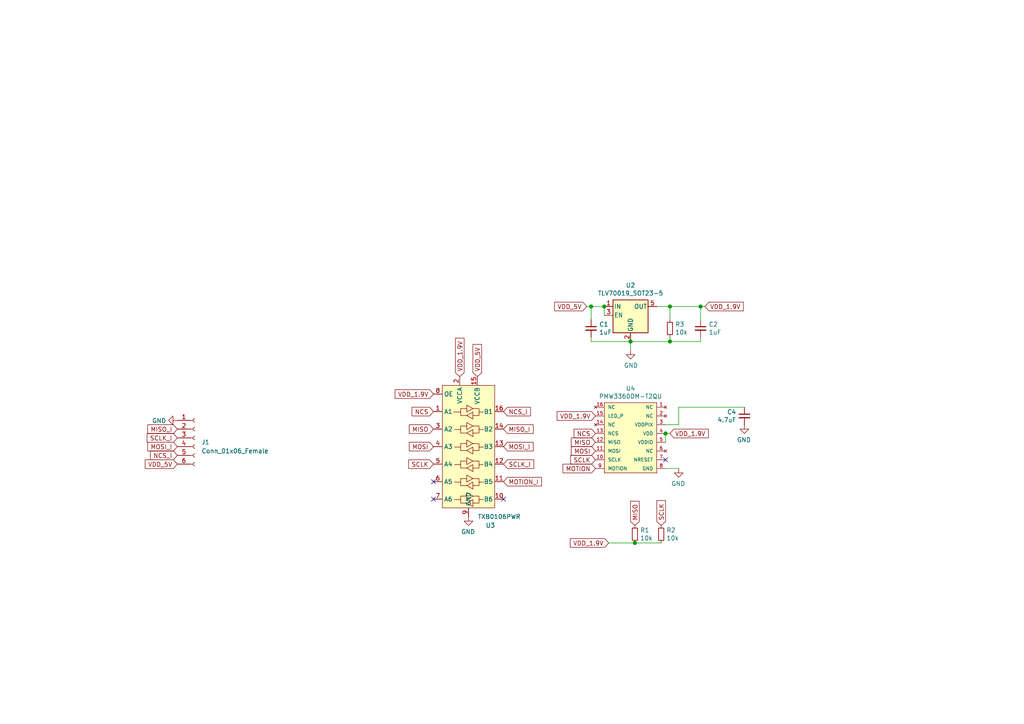
<source format=kicad_sch>
(kicad_sch (version 20210126) (generator eeschema)
  (paper "A4")
  (lib_symbols
    (symbol "Connector:Conn_01x06_Female" (pin_names (offset 1.016) hide)
      (property "Reference" "J" (at 0 7.62 0))
      (property "Value" "Conn_01x06_Female" (at 0 -10.16 0))
      (symbol "Conn_01x06_Female_1_1"
        (arc (start 0 -7.112) (end 0 -8.128) (radius (at 0 -7.62) (length 0.508) (angles 90.1 -90.1)) (stroke (width 0.1524)))
        (arc (start 0 -4.572) (end 0 -5.588) (radius (at 0 -5.08) (length 0.508) (angles 90.1 -90.1)) (stroke (width 0.1524)))
        (arc (start 0 -2.032) (end 0 -3.048) (radius (at 0 -2.54) (length 0.508) (angles 90.1 -90.1)) (stroke (width 0.1524)))
        (arc (start 0 0.508) (end 0 -0.508) (radius (at 0 0) (length 0.508) (angles 90.1 -90.1)) (stroke (width 0.1524)))
        (arc (start 0 3.048) (end 0 2.032) (radius (at 0 2.54) (length 0.508) (angles 90.1 -90.1)) (stroke (width 0.1524)))
        (arc (start 0 5.588) (end 0 4.572) (radius (at 0 5.08) (length 0.508) (angles 90.1 -90.1)) (stroke (width 0.1524)))
        (polyline (pts (xy -1.27 -7.62) (xy -0.508 -7.62)) (stroke (width 0.1524)))
        (polyline (pts (xy -1.27 -5.08) (xy -0.508 -5.08)) (stroke (width 0.1524)))
        (polyline (pts (xy -1.27 -2.54) (xy -0.508 -2.54)) (stroke (width 0.1524)))
        (polyline (pts (xy -1.27 0) (xy -0.508 0)) (stroke (width 0.1524)))
        (polyline (pts (xy -1.27 2.54) (xy -0.508 2.54)) (stroke (width 0.1524)))
        (polyline (pts (xy -1.27 5.08) (xy -0.508 5.08)) (stroke (width 0.1524)))
        (pin passive line (at -5.08 5.08 0) (length 3.81) (name "Pin_1") (number "1"))
        (pin passive line (at -5.08 2.54 0) (length 3.81) (name "Pin_2") (number "2"))
        (pin passive line (at -5.08 0 0) (length 3.81) (name "Pin_3") (number "3"))
        (pin passive line (at -5.08 -2.54 0) (length 3.81) (name "Pin_4") (number "4"))
        (pin passive line (at -5.08 -5.08 0) (length 3.81) (name "Pin_5") (number "5"))
        (pin passive line (at -5.08 -7.62 0) (length 3.81) (name "Pin_6") (number "6"))
      )
    )
    (symbol "Device:C_Small" (pin_numbers hide) (pin_names (offset 0.254) hide)
      (property "Reference" "C" (at 0.254 1.778 0))
      (property "Value" "C_Small" (at 0.254 -2.032 0))
      (symbol "C_Small_0_1"
        (polyline (pts (xy -1.524 -0.508) (xy 1.524 -0.508)) (stroke (width 0.3302)))
        (polyline (pts (xy -1.524 0.508) (xy 1.524 0.508)) (stroke (width 0.3048)))
      )
      (symbol "C_Small_1_1"
        (pin passive line (at 0 2.54 270) (length 2.032) (name "~") (number "1"))
        (pin passive line (at 0 -2.54 90) (length 2.032) (name "~") (number "2"))
      )
    )
    (symbol "Device:R_Small" (pin_numbers hide) (pin_names (offset 0.254) hide)
      (property "Reference" "R" (at 0.762 0.508 0))
      (property "Value" "R_Small" (at 0.762 -1.016 0))
      (symbol "R_Small_0_1"
        (rectangle (start -0.762 1.778) (end 0.762 -1.778) (stroke (width 0.2032)))
      )
      (symbol "R_Small_1_1"
        (pin passive line (at 0 2.54 270) (length 0.762) (name "~") (number "1"))
        (pin passive line (at 0 -2.54 90) (length 0.762) (name "~") (number "2"))
      )
    )
    (symbol "power:GND" (power) (pin_names (offset 0))
      (property "Value" "GND" (at 0 -3.81 0))
      (symbol "GND_0_1"
        (polyline (pts (xy 0 0) (xy 0 -1.27) (xy 1.27 -1.27) (xy 0 -2.54) (xy -1.27 -1.27) (xy 0 -1.27)))
      )
      (symbol "GND_1_1"
        (pin power_in line (at 0 0 270) (length 0) hide (name "GND") (number "1"))
      )
    )
    (symbol "sensor-rescue:PWM3360-pwm3360" (pin_names (offset 1.016))
      (property "Reference" "U" (at 0 13.97 0))
      (property "Value" "PWM3360-pwm3360" (at 0.254 12.446 0))
      (symbol "PWM3360-pwm3360_0_1"
        (rectangle (start -7.62 10.16) (end 7.62 -10.16) (fill (type background)))
      )
      (symbol "PWM3360-pwm3360_1_1"
        (pin no_connect line (at -10.16 8.89 0) (length 2.54) (name "NC") (number "1"))
        (pin input line (at 10.16 -6.35 180) (length 2.54) (name "SCLK") (number "10"))
        (pin input line (at 10.16 -3.81 180) (length 2.54) (name "MOSI") (number "11"))
        (pin output line (at 10.16 -1.27 180) (length 2.54) (name "MISO") (number "12"))
        (pin input line (at 10.16 1.27 180) (length 2.54) (name "NCS") (number "13"))
        (pin no_connect line (at 10.16 3.81 180) (length 2.54) (name "NC") (number "14"))
        (pin input line (at 10.16 6.35 180) (length 2.54) (name "LED_P") (number "15"))
        (pin no_connect line (at 10.16 8.89 180) (length 2.54) (name "NC") (number "16"))
        (pin no_connect line (at -10.16 6.35 0) (length 2.54) (name "NC") (number "2"))
        (pin power_in line (at -10.16 3.81 0) (length 2.54) (name "VDDPIX") (number "3"))
        (pin power_in line (at -10.16 1.27 0) (length 2.54) (name "VDD") (number "4"))
        (pin power_in line (at -10.16 -1.27 0) (length 2.54) (name "VDDIO") (number "5"))
        (pin no_connect line (at -10.16 -3.81 0) (length 2.54) (name "NC") (number "6"))
        (pin input line (at -10.16 -6.35 0) (length 2.54) (name "NRESET") (number "7"))
        (pin power_in line (at -10.16 -8.89 0) (length 2.54) (name "GND") (number "8"))
        (pin output line (at 10.16 -8.89 180) (length 2.54) (name "MOTION") (number "9"))
      )
    )
    (symbol "sensor-rescue:TLV70019_SOT23-5-Regulator_Linear" (pin_names (offset 0.254))
      (property "Reference" "U" (at -3.81 5.715 0))
      (property "Value" "TLV70019_SOT23-5-Regulator_Linear" (at 0 5.715 0))
      (symbol "TLV70019_SOT23-5-Regulator_Linear_0_1"
        (rectangle (start -5.08 4.445) (end 5.08 -5.08) (stroke (width 0.254)) (fill (type background)))
      )
      (symbol "TLV70019_SOT23-5-Regulator_Linear_1_1"
        (pin power_in line (at -7.62 2.54 0) (length 2.54) (name "IN") (number "1"))
        (pin power_in line (at 0 -7.62 90) (length 2.54) (name "GND") (number "2"))
        (pin input line (at -7.62 0 0) (length 2.54) (name "EN") (number "3"))
        (pin no_connect line (at 7.62 0 180) (length 2.54) hide (name "NC") (number "4"))
        (pin power_out line (at 7.62 2.54 180) (length 2.54) (name "OUT") (number "5"))
      )
    )
    (symbol "sensor-rescue:TXB0106PWR-pwm3360"
      (property "Reference" "U" (at -6.35 16.51 0))
      (property "Value" "TXB0106PWR-pwm3360" (at 3.81 16.51 0))
      (symbol "TXB0106PWR-pwm3360_0_1"
        (rectangle (start 7.62 -20.32) (end -7.62 15.24) (fill (type background)))
        (polyline (pts (xy -2.286 -7.747) (xy -2.286 -6.731) (xy -0.508 -6.731)))
        (polyline (pts (xy -2.286 -2.667) (xy -2.286 -1.651) (xy -0.508 -1.651)))
        (polyline (pts (xy -2.286 2.413) (xy -2.286 3.429) (xy -0.508 3.429)))
        (polyline (pts (xy -2.286 7.493) (xy -2.286 8.509) (xy -0.508 8.509)))
        (polyline (pts (xy 3.048 -7.747) (xy 3.048 -8.763) (xy 1.27 -8.763)))
        (polyline (pts (xy 3.048 -2.667) (xy 3.048 -3.683) (xy 1.27 -3.683)))
        (polyline (pts (xy 3.048 2.413) (xy 3.048 1.397) (xy 1.27 1.397)))
        (polyline (pts (xy 3.048 7.493) (xy 3.048 6.477) (xy 1.27 6.477)))
        (polyline (pts (xy -0.508 -8.763) (xy -2.286 -8.763) (xy -2.286 -7.747) (xy -4.064 -7.747)))
        (polyline (pts (xy -0.508 -8.763) (xy 1.27 -7.747) (xy 1.27 -9.779) (xy -0.508 -8.763)))
        (polyline (pts (xy -0.508 -3.683) (xy -2.286 -3.683) (xy -2.286 -2.667) (xy -4.064 -2.667)))
        (polyline (pts (xy -0.508 -3.683) (xy 1.27 -2.667) (xy 1.27 -4.699) (xy -0.508 -3.683)))
        (polyline (pts (xy -0.508 1.397) (xy -2.286 1.397) (xy -2.286 2.413) (xy -4.064 2.413)))
        (polyline (pts (xy -0.508 1.397) (xy 1.27 2.413) (xy 1.27 0.381) (xy -0.508 1.397)))
        (polyline (pts (xy -0.508 6.477) (xy -2.286 6.477) (xy -2.286 7.493) (xy -4.318 7.493)))
        (polyline (pts (xy -0.508 6.477) (xy 1.27 7.493) (xy 1.27 5.461) (xy -0.508 6.477)))
        (polyline (pts (xy 1.27 -6.731) (xy -0.508 -7.747) (xy -0.508 -5.715) (xy 1.27 -6.731)))
        (polyline (pts (xy 1.27 -6.731) (xy 3.048 -6.731) (xy 3.048 -7.747) (xy 4.318 -7.747)))
        (polyline (pts (xy 1.27 -1.651) (xy -0.508 -2.667) (xy -0.508 -0.635) (xy 1.27 -1.651)))
        (polyline (pts (xy 1.27 -1.651) (xy 3.048 -1.651) (xy 3.048 -2.667) (xy 4.318 -2.667)))
        (polyline (pts (xy 1.27 3.429) (xy -0.508 2.413) (xy -0.508 4.445) (xy 1.27 3.429)))
        (polyline (pts (xy 1.27 3.429) (xy 3.048 3.429) (xy 3.048 2.413) (xy 4.318 2.413)))
        (polyline (pts (xy 1.27 8.509) (xy -0.508 7.493) (xy -0.508 9.525) (xy 1.27 8.509)))
        (polyline (pts (xy 1.27 8.509) (xy 3.048 8.509) (xy 3.048 7.493) (xy 4.318 7.493)))
      )
      (symbol "TXB0106PWR-pwm3360_1_1"
        (polyline (pts (xy -2.286 -17.907) (xy -2.286 -16.891) (xy -0.508 -16.891)))
        (polyline (pts (xy -2.286 -12.827) (xy -2.286 -11.811) (xy -0.508 -11.811)))
        (polyline (pts (xy 3.048 -17.907) (xy 3.048 -18.923) (xy 1.27 -18.923)))
        (polyline (pts (xy 3.048 -12.827) (xy 3.048 -13.843) (xy 1.27 -13.843)))
        (polyline (pts (xy -0.508 -18.923) (xy -2.286 -18.923) (xy -2.286 -17.907) (xy -4.064 -17.907)))
        (polyline (pts (xy -0.508 -18.923) (xy 1.27 -17.907) (xy 1.27 -19.939) (xy -0.508 -18.923)))
        (polyline (pts (xy -0.508 -13.843) (xy -2.286 -13.843) (xy -2.286 -12.827) (xy -4.064 -12.827)))
        (polyline (pts (xy -0.508 -13.843) (xy 1.27 -12.827) (xy 1.27 -14.859) (xy -0.508 -13.843)))
        (polyline (pts (xy 1.27 -16.891) (xy -0.508 -17.907) (xy -0.508 -15.875) (xy 1.27 -16.891)))
        (polyline (pts (xy 1.27 -16.891) (xy 3.048 -16.891) (xy 3.048 -17.907) (xy 4.318 -17.907)))
        (polyline (pts (xy 1.27 -11.811) (xy -0.508 -12.827) (xy -0.508 -10.795) (xy 1.27 -11.811)))
        (polyline (pts (xy 1.27 -11.811) (xy 3.048 -11.811) (xy 3.048 -12.827) (xy 4.318 -12.827)))
        (pin bidirectional line (at -10.16 7.62 0) (length 2.54) (name "A1") (number "1"))
        (pin bidirectional line (at 10.16 -17.78 180) (length 2.54) (name "B6") (number "10"))
        (pin bidirectional line (at 10.16 -12.7 180) (length 2.54) (name "B5") (number "11"))
        (pin bidirectional line (at 10.16 -7.62 180) (length 2.54) (name "B4") (number "12"))
        (pin bidirectional line (at 10.16 -2.54 180) (length 2.54) (name "B3") (number "13"))
        (pin bidirectional line (at 10.16 2.54 180) (length 2.54) (name "B2") (number "14"))
        (pin power_in line (at 2.54 17.78 270) (length 2.54) (name "VCCB") (number "15"))
        (pin bidirectional line (at 10.16 7.62 180) (length 2.54) (name "B1") (number "16"))
        (pin power_in line (at -2.54 17.78 270) (length 2.54) (name "VCCA") (number "2"))
        (pin bidirectional line (at -10.16 2.54 0) (length 2.54) (name "A2") (number "3"))
        (pin bidirectional line (at -10.16 -2.54 0) (length 2.54) (name "A3") (number "4"))
        (pin bidirectional line (at -10.16 -7.62 0) (length 2.54) (name "A4") (number "5"))
        (pin bidirectional line (at -10.16 -12.7 0) (length 2.54) (name "A5") (number "6"))
        (pin bidirectional line (at -10.16 -17.78 0) (length 2.54) (name "A6") (number "7"))
        (pin input line (at -10.16 12.7 0) (length 2.54) (name "OE") (number "8"))
        (pin power_in line (at 0 -22.86 90) (length 2.54) (name "GND") (number "9"))
      )
    )
  )
  (junction (at 171.45 88.9) (diameter 1.016))
  (junction (at 175.26 88.9) (diameter 1.016))
  (junction (at 182.88 99.06) (diameter 1.016))
  (junction (at 184.15 157.48) (diameter 1.016))
  (junction (at 193.04 125.73) (diameter 1.016))
  (junction (at 194.31 88.9) (diameter 1.016))
  (junction (at 194.31 99.06) (diameter 1.016))
  (junction (at 203.2 88.9) (diameter 1.016))
  (no_connect (at 125.73 139.7))
  (no_connect (at 125.73 144.78))
  (no_connect (at 146.05 144.78))
  (no_connect (at 193.04 133.35))
  (wire (pts (xy 170.18 88.9) (xy 171.45 88.9)))
  (wire (pts (xy 171.45 88.9) (xy 175.26 88.9)))
  (wire (pts (xy 171.45 92.71) (xy 171.45 88.9)))
  (wire (pts (xy 171.45 97.79) (xy 171.45 99.06)))
  (wire (pts (xy 171.45 99.06) (xy 182.88 99.06)))
  (wire (pts (xy 175.26 88.9) (xy 175.26 91.44)))
  (wire (pts (xy 176.53 157.48) (xy 184.15 157.48)))
  (wire (pts (xy 182.88 99.06) (xy 182.88 101.6)))
  (wire (pts (xy 182.88 99.06) (xy 194.31 99.06)))
  (wire (pts (xy 184.15 157.48) (xy 191.77 157.48)))
  (wire (pts (xy 190.5 88.9) (xy 194.31 88.9)))
  (wire (pts (xy 193.04 123.19) (xy 196.85 123.19)))
  (wire (pts (xy 193.04 125.73) (xy 194.31 125.73)))
  (wire (pts (xy 193.04 128.27) (xy 193.04 125.73)))
  (wire (pts (xy 193.04 135.89) (xy 196.85 135.89)))
  (wire (pts (xy 194.31 88.9) (xy 203.2 88.9)))
  (wire (pts (xy 194.31 92.71) (xy 194.31 88.9)))
  (wire (pts (xy 194.31 97.79) (xy 194.31 99.06)))
  (wire (pts (xy 194.31 99.06) (xy 203.2 99.06)))
  (wire (pts (xy 196.85 118.11) (xy 196.85 123.19)))
  (wire (pts (xy 196.85 118.11) (xy 215.9 118.11)))
  (wire (pts (xy 203.2 88.9) (xy 204.47 88.9)))
  (wire (pts (xy 203.2 92.71) (xy 203.2 88.9)))
  (wire (pts (xy 203.2 99.06) (xy 203.2 97.79)))
  (global_label "MISO_I" (shape input) (at 51.435 124.46 180) (property "Intersheet References" "${INTERSHEET_REFS}" (effects hide)))
  (global_label "SCLK_I" (shape input) (at 51.435 127 180) (property "Intersheet References" "${INTERSHEET_REFS}" (effects hide)))
  (global_label "MOSI_I" (shape input) (at 51.435 129.54 180) (property "Intersheet References" "${INTERSHEET_REFS}" (effects hide)))
  (global_label "NCS_I" (shape input) (at 51.435 132.08 180) (property "Intersheet References" "${INTERSHEET_REFS}" (effects hide)))
  (global_label "VDD_5V" (shape input) (at 51.435 134.62 180) (property "Intersheet References" "${INTERSHEET_REFS}" (effects hide)))
  (global_label "VDD_1.9V" (shape input) (at 125.73 114.3 180) (property "Intersheet References" "${INTERSHEET_REFS}" (effects hide)))
  (global_label "NCS" (shape input) (at 125.73 119.38 180) (property "Intersheet References" "${INTERSHEET_REFS}" (effects hide)))
  (global_label "MISO" (shape input) (at 125.73 124.46 180) (property "Intersheet References" "${INTERSHEET_REFS}" (effects hide)))
  (global_label "MOSI" (shape input) (at 125.73 129.54 180) (property "Intersheet References" "${INTERSHEET_REFS}" (effects hide)))
  (global_label "SCLK" (shape input) (at 125.73 134.62 180) (property "Intersheet References" "${INTERSHEET_REFS}" (effects hide)))
  (global_label "VDD_1.9V" (shape input) (at 133.35 109.22 90) (property "Intersheet References" "${INTERSHEET_REFS}" (effects hide)))
  (global_label "VDD_5V" (shape input) (at 138.43 109.22 90) (property "Intersheet References" "${INTERSHEET_REFS}" (effects hide)))
  (global_label "NCS_I" (shape input) (at 146.05 119.38 0) (property "Intersheet References" "${INTERSHEET_REFS}" (effects hide)))
  (global_label "MISO_I" (shape input) (at 146.05 124.46 0) (property "Intersheet References" "${INTERSHEET_REFS}" (effects hide)))
  (global_label "MOSI_I" (shape input) (at 146.05 129.54 0) (property "Intersheet References" "${INTERSHEET_REFS}" (effects hide)))
  (global_label "SCLK_I" (shape input) (at 146.05 134.62 0) (property "Intersheet References" "${INTERSHEET_REFS}" (effects hide)))
  (global_label "MOTION_I" (shape input) (at 146.05 139.7 0) (property "Intersheet References" "${INTERSHEET_REFS}" (effects hide)))
  (global_label "VDD_5V" (shape input) (at 170.18 88.9 180) (property "Intersheet References" "${INTERSHEET_REFS}" (effects hide)))
  (global_label "VDD_1.9V" (shape input) (at 172.72 120.65 180) (property "Intersheet References" "${INTERSHEET_REFS}" (effects hide)))
  (global_label "NCS" (shape input) (at 172.72 125.73 180) (property "Intersheet References" "${INTERSHEET_REFS}" (effects hide)))
  (global_label "MISO" (shape input) (at 172.72 128.27 180) (property "Intersheet References" "${INTERSHEET_REFS}" (effects hide)))
  (global_label "MOSI" (shape input) (at 172.72 130.81 180) (property "Intersheet References" "${INTERSHEET_REFS}" (effects hide)))
  (global_label "SCLK" (shape input) (at 172.72 133.35 180) (property "Intersheet References" "${INTERSHEET_REFS}" (effects hide)))
  (global_label "MOTION" (shape input) (at 172.72 135.89 180) (property "Intersheet References" "${INTERSHEET_REFS}" (effects hide)))
  (global_label "VDD_1.9V" (shape input) (at 176.53 157.48 180) (property "Intersheet References" "${INTERSHEET_REFS}" (effects hide)))
  (global_label "MISO" (shape input) (at 184.15 152.4 90) (property "Intersheet References" "${INTERSHEET_REFS}" (effects hide)))
  (global_label "SCLK" (shape input) (at 191.77 152.4 90) (property "Intersheet References" "${INTERSHEET_REFS}" (effects hide)))
  (global_label "VDD_1.9V" (shape input) (at 194.31 125.73 0) (property "Intersheet References" "${INTERSHEET_REFS}" (effects hide)))
  (global_label "VDD_1.9V" (shape input) (at 204.47 88.9 0) (property "Intersheet References" "${INTERSHEET_REFS}" (effects hide)))
  (symbol (lib_id "power:GND") (at 51.435 121.92 270) (unit 1)
    (property "Reference" "#PWR0106" (effects hide))
    (property "Value" "GND" (at 48.1838 122.047 90) (effects (justify right)))
  )
  (symbol (lib_id "power:GND") (at 135.89 149.86 0) (mirror y) (unit 1)
    (property "Reference" "#PWR0103" (effects hide))
    (property "Value" "GND" (at 135.763 154.2542 0))
  )
  (symbol (lib_id "power:GND") (at 182.88 101.6 0) (unit 1)
    (property "Reference" "#PWR0101" (effects hide))
    (property "Value" "GND" (at 183.007 105.9942 0))
  )
  (symbol (lib_id "power:GND") (at 196.85 135.89 0) (mirror y) (unit 1)
    (property "Reference" "#PWR0105" (effects hide))
    (property "Value" "GND" (at 196.723 140.2842 0))
  )
  (symbol (lib_id "power:GND") (at 215.9 123.19 0) (mirror y) (unit 1)
    (property "Reference" "#PWR0104" (effects hide))
    (property "Value" "GND" (at 215.773 127.5842 0))
  )
  (symbol (lib_id "Device:R_Small") (at 184.15 154.94 0) (unit 1)
    (property "Reference" "R1" (at 185.6486 153.7716 0) (effects (justify left)))
    (property "Value" "10k" (at 185.6486 156.083 0) (effects (justify left)))
    (property "Footprint" "local:R_0805_2012Metric_Pad1.15x1.40mm_HandSolder" (effects hide))
  )
  (symbol (lib_id "Device:R_Small") (at 191.77 154.94 0) (unit 1)
    (property "Reference" "R2" (at 193.2686 153.7716 0) (effects (justify left)))
    (property "Value" "10k" (at 193.2686 156.083 0) (effects (justify left)))
    (property "Footprint" "local:R_0805_2012Metric_Pad1.15x1.40mm_HandSolder" (effects hide))
  )
  (symbol (lib_id "Device:R_Small") (at 194.31 95.25 0) (unit 1)
    (property "Reference" "R3" (at 195.8086 94.0816 0) (effects (justify left)))
    (property "Value" "10k" (at 195.8086 96.393 0) (effects (justify left)))
    (property "Footprint" "local:R_0805_2012Metric_Pad1.15x1.40mm_HandSolder" (effects hide))
  )
  (symbol (lib_id "Device:C_Small") (at 171.45 95.25 0) (unit 1)
    (property "Reference" "C1" (at 173.7868 94.0816 0) (effects (justify left)))
    (property "Value" "1uF" (at 173.7868 96.393 0) (effects (justify left)))
    (property "Footprint" "local:C_0805_2012Metric_Pad1.15x1.40mm_HandSolder" (effects hide))
  )
  (symbol (lib_id "Device:C_Small") (at 203.2 95.25 0) (unit 1)
    (property "Reference" "C2" (at 205.5368 94.0816 0) (effects (justify left)))
    (property "Value" "1uF" (at 205.5368 96.393 0) (effects (justify left)))
    (property "Footprint" "local:C_0805_2012Metric_Pad1.15x1.40mm_HandSolder" (effects hide))
  )
  (symbol (lib_id "Device:C_Small") (at 215.9 120.65 0) (mirror y) (unit 1)
    (property "Reference" "C4" (at 213.5632 119.4816 0) (effects (justify left)))
    (property "Value" "4.7uF" (at 213.5632 121.793 0) (effects (justify left)))
    (property "Footprint" "local:C_0805_2012Metric_Pad1.15x1.40mm_HandSolder" (effects hide))
  )
  (symbol (lib_id "Connector:Conn_01x06_Female") (at 56.515 127 0) (unit 1)
    (property "Reference" "J1" (at 58.42 128.27 0) (effects (justify left)))
    (property "Value" "Conn_01x06_Female" (at 58.42 130.81 0) (effects (justify left)))
    (property "Footprint" "Connector_PinHeader_2.54mm:PinHeader_1x06_P2.54mm_Vertical" (effects hide))
  )
  (symbol (lib_id "sensor-rescue:TLV70019_SOT23-5-Regulator_Linear") (at 182.88 91.44 0) (unit 1)
    (property "Reference" "U2" (at 182.88 82.7532 0))
    (property "Value" "TLV70019_SOT23-5" (at 182.88 85.0646 0))
    (property "Footprint" "local:SOT-23-5_HandSoldering" (effects hide))
    (property "Datasheet" "http://www.ti.com/lit/ds/symlink/tlv700.pdf" (effects hide))
  )
  (symbol (lib_id "sensor-rescue:PWM3360-pwm3360") (at 182.88 127 0) (mirror y) (unit 1)
    (property "Reference" "U4" (at 182.88 112.649 0))
    (property "Value" "PMW3360DM-T2QU" (at 182.88 114.9604 0))
    (property "Footprint" "local:DIP-16_W10.16mm" (effects hide))
  )
  (symbol (lib_id "sensor-rescue:TXB0106PWR-pwm3360") (at 135.89 127 0) (unit 1)
    (property "Reference" "U3" (at 142.24 152.4 0))
    (property "Value" "TXB0106PWR" (at 144.78 149.86 0))
    (property "Footprint" "local:TSSOP-16_4.4x5mm_P0.65mm" (effects hide))
    (property "Datasheet" "http://www.ti.com/lit/ds/symlink/txb0104.pdf" (effects hide))
  )
)
</source>
